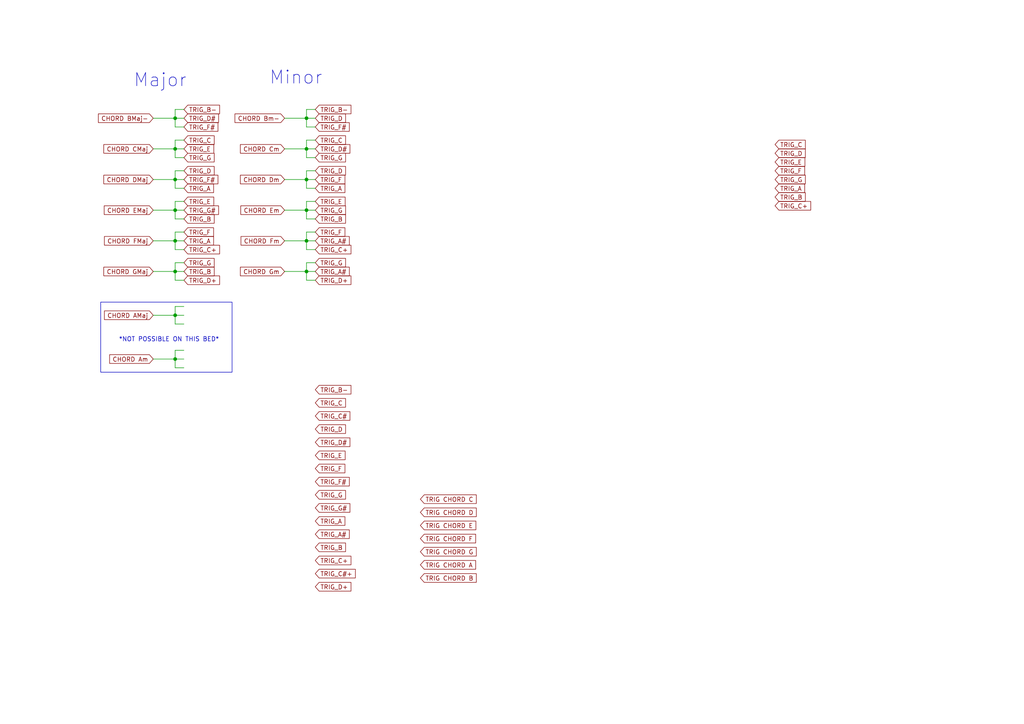
<source format=kicad_sch>
(kicad_sch
	(version 20231120)
	(generator "eeschema")
	(generator_version "8.0")
	(uuid "ef619a30-6fd6-41b6-ad70-0249fcf9db9f")
	(paper "A4")
	(title_block
		(title "Audio Thing Template")
		(rev "1.0")
		(company "velvia-fifty")
		(comment 1 "https://github.com/velvia-fifty/AudioThings")
		(comment 2 "You should have changed this already :)")
		(comment 4 "Stay humble")
	)
	(lib_symbols)
	(junction
		(at 50.8 52.07)
		(diameter 0)
		(color 0 0 0 0)
		(uuid "16f34bca-26d7-4dd8-9d93-676278bb23f2")
	)
	(junction
		(at 50.8 43.18)
		(diameter 0)
		(color 0 0 0 0)
		(uuid "4836c200-c338-489f-bc14-b6262976c697")
	)
	(junction
		(at 88.9 69.85)
		(diameter 0)
		(color 0 0 0 0)
		(uuid "494e3d90-0276-41a7-9445-fe8029e30fd5")
	)
	(junction
		(at 88.9 43.18)
		(diameter 0)
		(color 0 0 0 0)
		(uuid "49640e77-17fc-4b87-bba2-a04448da07fe")
	)
	(junction
		(at 50.8 69.85)
		(diameter 0)
		(color 0 0 0 0)
		(uuid "591fc5eb-960d-4d70-8a0a-185760683868")
	)
	(junction
		(at 50.8 91.44)
		(diameter 0)
		(color 0 0 0 0)
		(uuid "6382b1ee-82cf-470d-a029-24bcf41c4467")
	)
	(junction
		(at 88.9 52.07)
		(diameter 0)
		(color 0 0 0 0)
		(uuid "73f996c5-8186-44b8-8a5e-bc586ec7b3d8")
	)
	(junction
		(at 50.8 60.96)
		(diameter 0)
		(color 0 0 0 0)
		(uuid "8bd4283e-b00b-40d9-a147-fc8921138a7b")
	)
	(junction
		(at 50.8 78.74)
		(diameter 0)
		(color 0 0 0 0)
		(uuid "a0abb7bd-d9bc-4f0d-8591-0f78e41f4374")
	)
	(junction
		(at 50.8 34.29)
		(diameter 0)
		(color 0 0 0 0)
		(uuid "bca90674-5844-4a92-8d26-0640078f118d")
	)
	(junction
		(at 88.9 34.29)
		(diameter 0)
		(color 0 0 0 0)
		(uuid "d3b830f4-fecc-452c-b7d1-9bb4d510fc7a")
	)
	(junction
		(at 88.9 78.74)
		(diameter 0)
		(color 0 0 0 0)
		(uuid "d3c8174f-7c22-498c-9da7-0251c49152d3")
	)
	(junction
		(at 88.9 60.96)
		(diameter 0)
		(color 0 0 0 0)
		(uuid "d3e4a25d-4d42-4d72-8a0b-940c06b76d44")
	)
	(junction
		(at 50.8 104.14)
		(diameter 0)
		(color 0 0 0 0)
		(uuid "ef8ded5a-0910-47c9-b188-8edc7bc409a3")
	)
	(wire
		(pts
			(xy 82.55 69.85) (xy 88.9 69.85)
		)
		(stroke
			(width 0)
			(type default)
		)
		(uuid "0520443b-a481-48bd-8d6e-4d819de71a0b")
	)
	(wire
		(pts
			(xy 50.8 63.5) (xy 53.34 63.5)
		)
		(stroke
			(width 0)
			(type default)
		)
		(uuid "0d366f0a-c031-4c98-b795-2e0f90653520")
	)
	(wire
		(pts
			(xy 50.8 106.68) (xy 53.34 106.68)
		)
		(stroke
			(width 0)
			(type default)
		)
		(uuid "0eb6966b-fe29-4620-a565-7c58e5445079")
	)
	(wire
		(pts
			(xy 44.45 78.74) (xy 50.8 78.74)
		)
		(stroke
			(width 0)
			(type default)
		)
		(uuid "1003e871-bc05-4cb3-bb37-60dc65fe804c")
	)
	(wire
		(pts
			(xy 50.8 104.14) (xy 50.8 106.68)
		)
		(stroke
			(width 0)
			(type default)
		)
		(uuid "12e30f93-32a1-4a8d-833d-04a3c9da8dbd")
	)
	(wire
		(pts
			(xy 50.8 88.9) (xy 50.8 91.44)
		)
		(stroke
			(width 0)
			(type default)
		)
		(uuid "1510ca85-6936-43cc-8ade-fc213e45bbde")
	)
	(wire
		(pts
			(xy 82.55 34.29) (xy 88.9 34.29)
		)
		(stroke
			(width 0)
			(type default)
		)
		(uuid "189a30f3-e1d1-467c-ac95-13b58024ebeb")
	)
	(wire
		(pts
			(xy 44.45 43.18) (xy 50.8 43.18)
		)
		(stroke
			(width 0)
			(type default)
		)
		(uuid "1c0d7171-1dc5-47eb-abc5-a936760baf48")
	)
	(wire
		(pts
			(xy 44.45 104.14) (xy 50.8 104.14)
		)
		(stroke
			(width 0)
			(type default)
		)
		(uuid "1fa7a5ef-60ca-492c-bc94-1cfa441727aa")
	)
	(wire
		(pts
			(xy 88.9 60.96) (xy 88.9 63.5)
		)
		(stroke
			(width 0)
			(type default)
		)
		(uuid "290e1de8-3783-4e26-a485-c71e4339a18a")
	)
	(wire
		(pts
			(xy 53.34 101.6) (xy 50.8 101.6)
		)
		(stroke
			(width 0)
			(type default)
		)
		(uuid "296d8ba2-b9d3-4dc4-a796-56efef9d3002")
	)
	(wire
		(pts
			(xy 91.44 31.75) (xy 88.9 31.75)
		)
		(stroke
			(width 0)
			(type default)
		)
		(uuid "2bb56614-04b1-436a-a51e-095981436b1f")
	)
	(wire
		(pts
			(xy 50.8 52.07) (xy 53.34 52.07)
		)
		(stroke
			(width 0)
			(type default)
		)
		(uuid "329d71ea-fce7-4f4f-ac12-7e2187c4aeae")
	)
	(wire
		(pts
			(xy 50.8 78.74) (xy 50.8 81.28)
		)
		(stroke
			(width 0)
			(type default)
		)
		(uuid "3c3851a2-e823-4c4f-9e9d-14c571bb3b1b")
	)
	(wire
		(pts
			(xy 53.34 31.75) (xy 50.8 31.75)
		)
		(stroke
			(width 0)
			(type default)
		)
		(uuid "3c907973-412d-4a63-bdc0-b93eaf9e1317")
	)
	(wire
		(pts
			(xy 50.8 67.31) (xy 50.8 69.85)
		)
		(stroke
			(width 0)
			(type default)
		)
		(uuid "3d98ea53-ea7e-4953-8f03-4600b1e612f9")
	)
	(wire
		(pts
			(xy 50.8 43.18) (xy 53.34 43.18)
		)
		(stroke
			(width 0)
			(type default)
		)
		(uuid "3f093641-2eeb-482e-b788-abf855903c54")
	)
	(wire
		(pts
			(xy 50.8 40.64) (xy 50.8 43.18)
		)
		(stroke
			(width 0)
			(type default)
		)
		(uuid "3f7ed8e4-9b3a-4086-b377-754787b531c7")
	)
	(wire
		(pts
			(xy 88.9 63.5) (xy 91.44 63.5)
		)
		(stroke
			(width 0)
			(type default)
		)
		(uuid "3fb2e679-5d76-498b-859e-ccebb25fcdf3")
	)
	(wire
		(pts
			(xy 50.8 36.83) (xy 53.34 36.83)
		)
		(stroke
			(width 0)
			(type default)
		)
		(uuid "4130ae5c-9d88-494c-8129-9270938e8e1c")
	)
	(wire
		(pts
			(xy 50.8 45.72) (xy 53.34 45.72)
		)
		(stroke
			(width 0)
			(type default)
		)
		(uuid "4412d216-819e-4fd7-aa06-9be130d62a84")
	)
	(wire
		(pts
			(xy 50.8 91.44) (xy 50.8 93.98)
		)
		(stroke
			(width 0)
			(type default)
		)
		(uuid "44444913-c23c-4668-a525-6a14e592cad1")
	)
	(wire
		(pts
			(xy 88.9 54.61) (xy 91.44 54.61)
		)
		(stroke
			(width 0)
			(type default)
		)
		(uuid "4a80d4f0-f506-41d6-b29d-c1dfbf43904c")
	)
	(wire
		(pts
			(xy 50.8 34.29) (xy 53.34 34.29)
		)
		(stroke
			(width 0)
			(type default)
		)
		(uuid "4af0fd4e-ad5d-4f1b-9f54-3e958cd6baf2")
	)
	(wire
		(pts
			(xy 88.9 78.74) (xy 91.44 78.74)
		)
		(stroke
			(width 0)
			(type default)
		)
		(uuid "4b1a0acf-a5bc-4ab8-a955-5c17d3c413ff")
	)
	(wire
		(pts
			(xy 88.9 49.53) (xy 88.9 52.07)
		)
		(stroke
			(width 0)
			(type default)
		)
		(uuid "4c57f6e9-89d4-4768-ab7d-cb28f9cdcab9")
	)
	(wire
		(pts
			(xy 50.8 60.96) (xy 53.34 60.96)
		)
		(stroke
			(width 0)
			(type default)
		)
		(uuid "4e2eff80-a271-4782-8843-02a051ba0434")
	)
	(wire
		(pts
			(xy 88.9 31.75) (xy 88.9 34.29)
		)
		(stroke
			(width 0)
			(type default)
		)
		(uuid "4fe8e1cf-c082-4e6b-a9bb-dc6c5dcbb1f0")
	)
	(wire
		(pts
			(xy 44.45 91.44) (xy 50.8 91.44)
		)
		(stroke
			(width 0)
			(type default)
		)
		(uuid "5d846e61-ff33-48ee-8773-402dd8e83310")
	)
	(wire
		(pts
			(xy 53.34 49.53) (xy 50.8 49.53)
		)
		(stroke
			(width 0)
			(type default)
		)
		(uuid "5e81c823-0ea9-43d5-8a5c-b080b47dc439")
	)
	(wire
		(pts
			(xy 50.8 91.44) (xy 53.34 91.44)
		)
		(stroke
			(width 0)
			(type default)
		)
		(uuid "60ae2253-8876-49fe-940f-0990da5dc526")
	)
	(wire
		(pts
			(xy 53.34 76.2) (xy 50.8 76.2)
		)
		(stroke
			(width 0)
			(type default)
		)
		(uuid "661ac4ba-404b-4de1-b334-83fa77449b97")
	)
	(wire
		(pts
			(xy 53.34 88.9) (xy 50.8 88.9)
		)
		(stroke
			(width 0)
			(type default)
		)
		(uuid "6708083b-4a68-4123-b4eb-312ace7131e3")
	)
	(wire
		(pts
			(xy 88.9 52.07) (xy 91.44 52.07)
		)
		(stroke
			(width 0)
			(type default)
		)
		(uuid "6df79463-c9df-43e6-a6a3-c7a71ecbcc43")
	)
	(wire
		(pts
			(xy 44.45 52.07) (xy 50.8 52.07)
		)
		(stroke
			(width 0)
			(type default)
		)
		(uuid "7299d74d-bdf9-4f18-ab63-be67a1b8bd21")
	)
	(wire
		(pts
			(xy 82.55 43.18) (xy 88.9 43.18)
		)
		(stroke
			(width 0)
			(type default)
		)
		(uuid "79c59515-552a-4657-9109-9709ba70c7a4")
	)
	(wire
		(pts
			(xy 50.8 31.75) (xy 50.8 34.29)
		)
		(stroke
			(width 0)
			(type default)
		)
		(uuid "7c0ebb3d-c665-4110-a398-55d40bf37c12")
	)
	(wire
		(pts
			(xy 50.8 104.14) (xy 53.34 104.14)
		)
		(stroke
			(width 0)
			(type default)
		)
		(uuid "81e8a5ef-ec5b-4d6a-8aab-5e3d53abfb2b")
	)
	(wire
		(pts
			(xy 91.44 49.53) (xy 88.9 49.53)
		)
		(stroke
			(width 0)
			(type default)
		)
		(uuid "82c8e3f1-6831-4356-adc7-381e7bccda3b")
	)
	(wire
		(pts
			(xy 50.8 60.96) (xy 50.8 63.5)
		)
		(stroke
			(width 0)
			(type default)
		)
		(uuid "83f7f52f-8429-4b71-911a-639d332a2d4c")
	)
	(wire
		(pts
			(xy 91.44 76.2) (xy 88.9 76.2)
		)
		(stroke
			(width 0)
			(type default)
		)
		(uuid "85fe6321-5024-433a-98dd-55400ac0950f")
	)
	(wire
		(pts
			(xy 88.9 60.96) (xy 91.44 60.96)
		)
		(stroke
			(width 0)
			(type default)
		)
		(uuid "864ffb51-f9a9-4107-a500-1374479fb517")
	)
	(wire
		(pts
			(xy 50.8 54.61) (xy 53.34 54.61)
		)
		(stroke
			(width 0)
			(type default)
		)
		(uuid "876478f4-7980-40b7-ae23-2c89cf5498ae")
	)
	(wire
		(pts
			(xy 82.55 78.74) (xy 88.9 78.74)
		)
		(stroke
			(width 0)
			(type default)
		)
		(uuid "8aad1e20-e99d-438a-8f92-b933db6eeb02")
	)
	(wire
		(pts
			(xy 91.44 40.64) (xy 88.9 40.64)
		)
		(stroke
			(width 0)
			(type default)
		)
		(uuid "8b0aa91a-6260-479e-b991-06f07eb50775")
	)
	(wire
		(pts
			(xy 50.8 93.98) (xy 53.34 93.98)
		)
		(stroke
			(width 0)
			(type default)
		)
		(uuid "8e57cb59-12f1-4f13-abf8-68b422d8a693")
	)
	(wire
		(pts
			(xy 50.8 43.18) (xy 50.8 45.72)
		)
		(stroke
			(width 0)
			(type default)
		)
		(uuid "946c9dcf-c1c8-43f7-8d1b-44c0d75c4bf3")
	)
	(wire
		(pts
			(xy 88.9 45.72) (xy 91.44 45.72)
		)
		(stroke
			(width 0)
			(type default)
		)
		(uuid "966009ce-3c35-4e54-9945-2d9b3c261ce0")
	)
	(wire
		(pts
			(xy 88.9 43.18) (xy 88.9 45.72)
		)
		(stroke
			(width 0)
			(type default)
		)
		(uuid "980daa01-39dd-4ffb-969f-3bee05ec365a")
	)
	(wire
		(pts
			(xy 50.8 76.2) (xy 50.8 78.74)
		)
		(stroke
			(width 0)
			(type default)
		)
		(uuid "99af38a1-9c58-4588-80e7-c5d0806d5a72")
	)
	(wire
		(pts
			(xy 50.8 52.07) (xy 50.8 54.61)
		)
		(stroke
			(width 0)
			(type default)
		)
		(uuid "9a5e42c4-7ce4-4b79-ab15-df33a9882622")
	)
	(wire
		(pts
			(xy 91.44 58.42) (xy 88.9 58.42)
		)
		(stroke
			(width 0)
			(type default)
		)
		(uuid "a16499e7-7b18-46a1-8826-5136cb9946bf")
	)
	(wire
		(pts
			(xy 88.9 36.83) (xy 91.44 36.83)
		)
		(stroke
			(width 0)
			(type default)
		)
		(uuid "a96a35b0-95bb-4a3b-9503-e3163009aa3b")
	)
	(wire
		(pts
			(xy 50.8 81.28) (xy 53.34 81.28)
		)
		(stroke
			(width 0)
			(type default)
		)
		(uuid "ae1c569d-f877-4043-9c6b-ee678ea6d22d")
	)
	(wire
		(pts
			(xy 82.55 52.07) (xy 88.9 52.07)
		)
		(stroke
			(width 0)
			(type default)
		)
		(uuid "b05416a1-6cf6-492b-924f-eb5d7a7a1f27")
	)
	(wire
		(pts
			(xy 88.9 34.29) (xy 88.9 36.83)
		)
		(stroke
			(width 0)
			(type default)
		)
		(uuid "b1c957dd-8363-4d75-8e71-b2449babf9a7")
	)
	(wire
		(pts
			(xy 44.45 69.85) (xy 50.8 69.85)
		)
		(stroke
			(width 0)
			(type default)
		)
		(uuid "b74444c7-6427-4c28-b789-84b48e86370b")
	)
	(wire
		(pts
			(xy 50.8 69.85) (xy 50.8 72.39)
		)
		(stroke
			(width 0)
			(type default)
		)
		(uuid "bb64f2b0-9114-40f1-8985-78e6544f153a")
	)
	(wire
		(pts
			(xy 88.9 69.85) (xy 91.44 69.85)
		)
		(stroke
			(width 0)
			(type default)
		)
		(uuid "bea9b70e-4ce5-45b5-8914-d5cdc260f11d")
	)
	(wire
		(pts
			(xy 88.9 81.28) (xy 91.44 81.28)
		)
		(stroke
			(width 0)
			(type default)
		)
		(uuid "bfc5c92f-4e1b-41e0-9756-7fae7fe69b51")
	)
	(wire
		(pts
			(xy 88.9 78.74) (xy 88.9 81.28)
		)
		(stroke
			(width 0)
			(type default)
		)
		(uuid "bfe0f818-4bbc-44f6-a23f-762acb10b9e3")
	)
	(wire
		(pts
			(xy 50.8 49.53) (xy 50.8 52.07)
		)
		(stroke
			(width 0)
			(type default)
		)
		(uuid "c00e603c-2d9d-424d-904b-ef710a8d45c9")
	)
	(wire
		(pts
			(xy 50.8 34.29) (xy 50.8 36.83)
		)
		(stroke
			(width 0)
			(type default)
		)
		(uuid "c04f1995-f36b-4565-a425-b4f308e6cabf")
	)
	(wire
		(pts
			(xy 88.9 34.29) (xy 91.44 34.29)
		)
		(stroke
			(width 0)
			(type default)
		)
		(uuid "c23330f8-725b-4e22-ba4e-abf87e8c58b8")
	)
	(wire
		(pts
			(xy 44.45 34.29) (xy 50.8 34.29)
		)
		(stroke
			(width 0)
			(type default)
		)
		(uuid "c774430c-a032-4f01-b84e-c176fd77e899")
	)
	(wire
		(pts
			(xy 53.34 67.31) (xy 50.8 67.31)
		)
		(stroke
			(width 0)
			(type default)
		)
		(uuid "cb5e2d6f-ea55-4b42-980b-eeb718678052")
	)
	(wire
		(pts
			(xy 53.34 58.42) (xy 50.8 58.42)
		)
		(stroke
			(width 0)
			(type default)
		)
		(uuid "cc87739a-4512-45b2-9ab3-156ae15767ca")
	)
	(wire
		(pts
			(xy 53.34 40.64) (xy 50.8 40.64)
		)
		(stroke
			(width 0)
			(type default)
		)
		(uuid "ce27791a-00e1-49a6-a5ff-aa19458f4b06")
	)
	(wire
		(pts
			(xy 88.9 72.39) (xy 91.44 72.39)
		)
		(stroke
			(width 0)
			(type default)
		)
		(uuid "d2fd36a8-b4f4-47dc-a963-99789de447c9")
	)
	(wire
		(pts
			(xy 88.9 58.42) (xy 88.9 60.96)
		)
		(stroke
			(width 0)
			(type default)
		)
		(uuid "dc8a1f9a-f8d5-48df-8e38-e6d508b8204d")
	)
	(wire
		(pts
			(xy 91.44 67.31) (xy 88.9 67.31)
		)
		(stroke
			(width 0)
			(type default)
		)
		(uuid "dda318c5-ad9a-411d-ba32-c62fa7383997")
	)
	(wire
		(pts
			(xy 88.9 76.2) (xy 88.9 78.74)
		)
		(stroke
			(width 0)
			(type default)
		)
		(uuid "de968403-ebcd-4316-b193-2ad3b092a2d3")
	)
	(wire
		(pts
			(xy 88.9 52.07) (xy 88.9 54.61)
		)
		(stroke
			(width 0)
			(type default)
		)
		(uuid "e4b88232-fa9e-4cee-b308-e3b2f9107b6f")
	)
	(wire
		(pts
			(xy 50.8 78.74) (xy 53.34 78.74)
		)
		(stroke
			(width 0)
			(type default)
		)
		(uuid "e6dd9a3e-8ccb-4faf-b4a9-d06c29adc2ea")
	)
	(wire
		(pts
			(xy 50.8 58.42) (xy 50.8 60.96)
		)
		(stroke
			(width 0)
			(type default)
		)
		(uuid "edad0751-fa15-4f4d-bc9c-b91bb7b61b05")
	)
	(wire
		(pts
			(xy 82.55 60.96) (xy 88.9 60.96)
		)
		(stroke
			(width 0)
			(type default)
		)
		(uuid "f396c84a-1d6d-4baf-b9e2-4383f015722f")
	)
	(wire
		(pts
			(xy 88.9 69.85) (xy 88.9 72.39)
		)
		(stroke
			(width 0)
			(type default)
		)
		(uuid "f4011e39-4521-4586-a75e-d761083a809f")
	)
	(wire
		(pts
			(xy 88.9 43.18) (xy 91.44 43.18)
		)
		(stroke
			(width 0)
			(type default)
		)
		(uuid "f523f9a6-be3f-46b5-a1c2-ce75f2ed0138")
	)
	(wire
		(pts
			(xy 50.8 101.6) (xy 50.8 104.14)
		)
		(stroke
			(width 0)
			(type default)
		)
		(uuid "f68d0109-ee6b-4ad6-b97c-2fcb021add12")
	)
	(wire
		(pts
			(xy 88.9 40.64) (xy 88.9 43.18)
		)
		(stroke
			(width 0)
			(type default)
		)
		(uuid "f7948f0b-1b8e-48c7-a1c7-7f543d76469d")
	)
	(wire
		(pts
			(xy 50.8 69.85) (xy 53.34 69.85)
		)
		(stroke
			(width 0)
			(type default)
		)
		(uuid "f8ef170d-52c3-4142-bdb8-67093aa1447f")
	)
	(wire
		(pts
			(xy 88.9 67.31) (xy 88.9 69.85)
		)
		(stroke
			(width 0)
			(type default)
		)
		(uuid "f98a4d2f-58d3-41e7-aa32-f2d30cc5884e")
	)
	(wire
		(pts
			(xy 44.45 60.96) (xy 50.8 60.96)
		)
		(stroke
			(width 0)
			(type default)
		)
		(uuid "fa7fb839-41d0-4329-a712-a93646d1480a")
	)
	(wire
		(pts
			(xy 50.8 72.39) (xy 53.34 72.39)
		)
		(stroke
			(width 0)
			(type default)
		)
		(uuid "fd672ce9-0108-4550-8494-4f653c4a469f")
	)
	(rectangle
		(start 29.21 87.63)
		(end 67.31 107.95)
		(stroke
			(width 0)
			(type default)
		)
		(fill
			(type none)
		)
		(uuid a114dd7f-3501-4bd7-bffc-c8c7dbdda36d)
	)
	(text "Minor"
		(exclude_from_sim no)
		(at 85.852 22.606 0)
		(effects
			(font
				(size 3.81 3.81)
			)
		)
		(uuid "797036dc-674a-4d01-bef8-49299f383c2c")
	)
	(text "Major"
		(exclude_from_sim no)
		(at 46.482 23.368 0)
		(effects
			(font
				(size 3.81 3.81)
			)
		)
		(uuid "aafa69f4-bac5-4e8c-970b-7d7efec3abdf")
	)
	(text "*NOT POSSIBLE ON THIS BED*"
		(exclude_from_sim no)
		(at 49.022 98.552 0)
		(effects
			(font
				(size 1.27 1.27)
			)
		)
		(uuid "e1f809a9-7822-42d2-a34b-b28345aa2835")
	)
	(global_label "TRIG_C#+"
		(shape input)
		(at 91.44 166.37 0)
		(fields_autoplaced yes)
		(effects
			(font
				(size 1.27 1.27)
			)
			(justify left)
		)
		(uuid "00e49650-25eb-4d2b-854f-f0e855dde6fc")
		(property "Intersheetrefs" "${INTERSHEET_REFS}"
			(at 103.1759 166.37 0)
			(effects
				(font
					(size 1.27 1.27)
				)
				(justify left)
				(hide yes)
			)
		)
	)
	(global_label "TRIG CHORD D"
		(shape input)
		(at 121.92 148.59 0)
		(fields_autoplaced yes)
		(effects
			(font
				(size 1.27 1.27)
			)
			(justify left)
		)
		(uuid "03da41d3-4a5d-4fc8-8fc0-b15e9824b3fc")
		(property "Intersheetrefs" "${INTERSHEET_REFS}"
			(at 138.6938 148.59 0)
			(effects
				(font
					(size 1.27 1.27)
				)
				(justify left)
				(hide yes)
			)
		)
	)
	(global_label "CHORD CMaj"
		(shape input)
		(at 44.45 43.18 180)
		(fields_autoplaced yes)
		(effects
			(font
				(size 1.27 1.27)
			)
			(justify right)
		)
		(uuid "0532ee48-e13c-4e8a-9e9e-b4bcc7762d7e")
		(property "Intersheetrefs" "${INTERSHEET_REFS}"
			(at 30.4708 43.18 0)
			(effects
				(font
					(size 1.27 1.27)
				)
				(justify right)
				(hide yes)
			)
		)
	)
	(global_label "TRIG_B-"
		(shape input)
		(at 91.44 31.75 0)
		(fields_autoplaced yes)
		(effects
			(font
				(size 1.27 1.27)
			)
			(justify left)
		)
		(uuid "0cc09ae8-1248-4d1a-a743-f1ad44399b27")
		(property "Intersheetrefs" "${INTERSHEET_REFS}"
			(at 102.0542 31.75 0)
			(effects
				(font
					(size 1.27 1.27)
				)
				(justify left)
				(hide yes)
			)
		)
	)
	(global_label "TRIG_G"
		(shape input)
		(at 91.44 45.72 0)
		(fields_autoplaced yes)
		(effects
			(font
				(size 1.27 1.27)
			)
			(justify left)
		)
		(uuid "123d59f9-9e8b-4ee7-a24d-0ef23eea0346")
		(property "Intersheetrefs" "${INTERSHEET_REFS}"
			(at 100.9326 45.72 0)
			(effects
				(font
					(size 1.27 1.27)
				)
				(justify left)
				(hide yes)
			)
		)
	)
	(global_label "TRIG CHORD B"
		(shape input)
		(at 121.92 167.64 0)
		(fields_autoplaced yes)
		(effects
			(font
				(size 1.27 1.27)
			)
			(justify left)
		)
		(uuid "149af3ae-e97a-4679-8d9a-45812506a7b4")
		(property "Intersheetrefs" "${INTERSHEET_REFS}"
			(at 138.6938 167.64 0)
			(effects
				(font
					(size 1.27 1.27)
				)
				(justify left)
				(hide yes)
			)
		)
	)
	(global_label "CHORD DMaj"
		(shape input)
		(at 44.45 52.07 180)
		(fields_autoplaced yes)
		(effects
			(font
				(size 1.27 1.27)
			)
			(justify right)
		)
		(uuid "181783b9-eb94-442c-bd20-22b869064e2b")
		(property "Intersheetrefs" "${INTERSHEET_REFS}"
			(at 30.4708 52.07 0)
			(effects
				(font
					(size 1.27 1.27)
				)
				(justify right)
				(hide yes)
			)
		)
	)
	(global_label "CHORD Fm"
		(shape input)
		(at 82.55 69.85 180)
		(fields_autoplaced yes)
		(effects
			(font
				(size 1.27 1.27)
			)
			(justify right)
		)
		(uuid "195f93d8-b3a3-4f85-a352-ad5d1826c8d6")
		(property "Intersheetrefs" "${INTERSHEET_REFS}"
			(at 70.8141 69.85 0)
			(effects
				(font
					(size 1.27 1.27)
				)
				(justify right)
				(hide yes)
			)
		)
	)
	(global_label "CHORD Bm-"
		(shape input)
		(at 82.55 34.29 180)
		(fields_autoplaced yes)
		(effects
			(font
				(size 1.27 1.27)
			)
			(justify right)
		)
		(uuid "1d092b46-db8c-4afc-8021-1db0c5cbdf61")
		(property "Intersheetrefs" "${INTERSHEET_REFS}"
			(at 69.6925 34.29 0)
			(effects
				(font
					(size 1.27 1.27)
				)
				(justify right)
				(hide yes)
			)
		)
	)
	(global_label "CHORD EMaj"
		(shape input)
		(at 44.45 60.96 180)
		(fields_autoplaced yes)
		(effects
			(font
				(size 1.27 1.27)
			)
			(justify right)
		)
		(uuid "1f9311d7-0f55-4ed0-aff3-1da22a3b780e")
		(property "Intersheetrefs" "${INTERSHEET_REFS}"
			(at 30.4708 60.96 0)
			(effects
				(font
					(size 1.27 1.27)
				)
				(justify right)
				(hide yes)
			)
		)
	)
	(global_label "TRIG_F#"
		(shape input)
		(at 53.34 36.83 0)
		(fields_autoplaced yes)
		(effects
			(font
				(size 1.27 1.27)
			)
			(justify left)
		)
		(uuid "20e769be-c8d0-46d3-9c75-62bc41d0b792")
		(property "Intersheetrefs" "${INTERSHEET_REFS}"
			(at 63.9542 36.83 0)
			(effects
				(font
					(size 1.27 1.27)
				)
				(justify left)
				(hide yes)
			)
		)
	)
	(global_label "TRIG_B"
		(shape input)
		(at 91.44 63.5 0)
		(fields_autoplaced yes)
		(effects
			(font
				(size 1.27 1.27)
			)
			(justify left)
		)
		(uuid "247cf7ff-85ab-4dc8-b850-26c575b8fe7b")
		(property "Intersheetrefs" "${INTERSHEET_REFS}"
			(at 100.9326 63.5 0)
			(effects
				(font
					(size 1.27 1.27)
				)
				(justify left)
				(hide yes)
			)
		)
	)
	(global_label "TRIG_C"
		(shape input)
		(at 53.34 40.64 0)
		(fields_autoplaced yes)
		(effects
			(font
				(size 1.27 1.27)
			)
			(justify left)
		)
		(uuid "2981b158-d31d-42b7-bf00-2813f639ca76")
		(property "Intersheetrefs" "${INTERSHEET_REFS}"
			(at 62.6752 40.64 0)
			(effects
				(font
					(size 1.27 1.27)
				)
				(justify left)
				(hide yes)
			)
		)
	)
	(global_label "TRIG_D"
		(shape input)
		(at 91.44 34.29 0)
		(fields_autoplaced yes)
		(effects
			(font
				(size 1.27 1.27)
			)
			(justify left)
		)
		(uuid "2ab0c554-d78f-4c6e-8af4-724b8f6b7531")
		(property "Intersheetrefs" "${INTERSHEET_REFS}"
			(at 100.9326 34.29 0)
			(effects
				(font
					(size 1.27 1.27)
				)
				(justify left)
				(hide yes)
			)
		)
	)
	(global_label "TRIG_D#"
		(shape input)
		(at 53.34 34.29 0)
		(fields_autoplaced yes)
		(effects
			(font
				(size 1.27 1.27)
			)
			(justify left)
		)
		(uuid "2b59d734-37aa-43c8-8138-16bdcb8f1864")
		(property "Intersheetrefs" "${INTERSHEET_REFS}"
			(at 63.9542 34.29 0)
			(effects
				(font
					(size 1.27 1.27)
				)
				(justify left)
				(hide yes)
			)
		)
	)
	(global_label "TRIG CHORD E"
		(shape input)
		(at 121.92 152.4 0)
		(fields_autoplaced yes)
		(effects
			(font
				(size 1.27 1.27)
			)
			(justify left)
		)
		(uuid "2c3c9670-320d-4ef0-9335-4ea9ddacc9c9")
		(property "Intersheetrefs" "${INTERSHEET_REFS}"
			(at 138.5728 152.4 0)
			(effects
				(font
					(size 1.27 1.27)
				)
				(justify left)
				(hide yes)
			)
		)
	)
	(global_label "TRIG_A"
		(shape input)
		(at 53.34 69.85 0)
		(fields_autoplaced yes)
		(effects
			(font
				(size 1.27 1.27)
			)
			(justify left)
		)
		(uuid "2eb573c8-01f0-42dd-9cd9-a21a33098f53")
		(property "Intersheetrefs" "${INTERSHEET_REFS}"
			(at 62.8326 69.85 0)
			(effects
				(font
					(size 1.27 1.27)
				)
				(justify left)
				(hide yes)
			)
		)
	)
	(global_label "TRIG_B-"
		(shape input)
		(at 53.34 31.75 0)
		(fields_autoplaced yes)
		(effects
			(font
				(size 1.27 1.27)
			)
			(justify left)
		)
		(uuid "2f0e9c23-829d-4918-a525-99d807d1844a")
		(property "Intersheetrefs" "${INTERSHEET_REFS}"
			(at 63.9542 31.75 0)
			(effects
				(font
					(size 1.27 1.27)
				)
				(justify left)
				(hide yes)
			)
		)
	)
	(global_label "TRIG_F"
		(shape input)
		(at 224.79 49.53 0)
		(fields_autoplaced yes)
		(effects
			(font
				(size 1.27 1.27)
			)
			(justify left)
		)
		(uuid "30af57e8-381c-4fc8-8610-9f813de89756")
		(property "Intersheetrefs" "${INTERSHEET_REFS}"
			(at 233.9438 49.53 0)
			(effects
				(font
					(size 1.27 1.27)
				)
				(justify left)
				(hide yes)
			)
		)
	)
	(global_label "TRIG_D"
		(shape input)
		(at 53.34 49.53 0)
		(fields_autoplaced yes)
		(effects
			(font
				(size 1.27 1.27)
			)
			(justify left)
		)
		(uuid "3a6c08a6-439b-4f6e-9622-39b37fa9c5b3")
		(property "Intersheetrefs" "${INTERSHEET_REFS}"
			(at 62.6752 49.53 0)
			(effects
				(font
					(size 1.27 1.27)
				)
				(justify left)
				(hide yes)
			)
		)
	)
	(global_label "CHORD FMaj"
		(shape input)
		(at 44.45 69.85 180)
		(fields_autoplaced yes)
		(effects
			(font
				(size 1.27 1.27)
			)
			(justify right)
		)
		(uuid "41f3e940-3c03-4cd0-82b8-844369b5c056")
		(property "Intersheetrefs" "${INTERSHEET_REFS}"
			(at 30.4708 69.85 0)
			(effects
				(font
					(size 1.27 1.27)
				)
				(justify right)
				(hide yes)
			)
		)
	)
	(global_label "TRIG_A"
		(shape input)
		(at 53.34 54.61 0)
		(fields_autoplaced yes)
		(effects
			(font
				(size 1.27 1.27)
			)
			(justify left)
		)
		(uuid "42fc163b-ba0d-4886-a709-a97abbd9fc5c")
		(property "Intersheetrefs" "${INTERSHEET_REFS}"
			(at 62.4938 54.61 0)
			(effects
				(font
					(size 1.27 1.27)
				)
				(justify left)
				(hide yes)
			)
		)
	)
	(global_label "TRIG_F#"
		(shape input)
		(at 53.34 52.07 0)
		(fields_autoplaced yes)
		(effects
			(font
				(size 1.27 1.27)
			)
			(justify left)
		)
		(uuid "43582ec9-6eab-4829-96c8-1f302f443822")
		(property "Intersheetrefs" "${INTERSHEET_REFS}"
			(at 63.9542 52.07 0)
			(effects
				(font
					(size 1.27 1.27)
				)
				(justify left)
				(hide yes)
			)
		)
	)
	(global_label "CHORD Em"
		(shape input)
		(at 82.55 60.96 180)
		(fields_autoplaced yes)
		(effects
			(font
				(size 1.27 1.27)
			)
			(justify right)
		)
		(uuid "452a4790-44c9-43e6-8459-b46706d4809a")
		(property "Intersheetrefs" "${INTERSHEET_REFS}"
			(at 70.8141 60.96 0)
			(effects
				(font
					(size 1.27 1.27)
				)
				(justify right)
				(hide yes)
			)
		)
	)
	(global_label "TRIG_E"
		(shape input)
		(at 91.44 58.42 0)
		(fields_autoplaced yes)
		(effects
			(font
				(size 1.27 1.27)
			)
			(justify left)
		)
		(uuid "47d30124-a366-4659-9955-66aaac200dc4")
		(property "Intersheetrefs" "${INTERSHEET_REFS}"
			(at 100.9326 58.42 0)
			(effects
				(font
					(size 1.27 1.27)
				)
				(justify left)
				(hide yes)
			)
		)
	)
	(global_label "TRIG_G"
		(shape input)
		(at 91.44 60.96 0)
		(fields_autoplaced yes)
		(effects
			(font
				(size 1.27 1.27)
			)
			(justify left)
		)
		(uuid "4bebd438-f3ab-4c29-82f0-b88e31e1a6e9")
		(property "Intersheetrefs" "${INTERSHEET_REFS}"
			(at 100.9326 60.96 0)
			(effects
				(font
					(size 1.27 1.27)
				)
				(justify left)
				(hide yes)
			)
		)
	)
	(global_label "TRIG_A#"
		(shape input)
		(at 91.44 154.94 0)
		(fields_autoplaced yes)
		(effects
			(font
				(size 1.27 1.27)
			)
			(justify left)
		)
		(uuid "4eb6def3-26d4-490c-89d2-8504fd05bc30")
		(property "Intersheetrefs" "${INTERSHEET_REFS}"
			(at 102.0542 154.94 0)
			(effects
				(font
					(size 1.27 1.27)
				)
				(justify left)
				(hide yes)
			)
		)
	)
	(global_label "TRIG_C+"
		(shape input)
		(at 91.44 72.39 0)
		(fields_autoplaced yes)
		(effects
			(font
				(size 1.27 1.27)
			)
			(justify left)
		)
		(uuid "5613163b-2ace-4ec8-b255-daf800cc9012")
		(property "Intersheetrefs" "${INTERSHEET_REFS}"
			(at 102.0542 72.39 0)
			(effects
				(font
					(size 1.27 1.27)
				)
				(justify left)
				(hide yes)
			)
		)
	)
	(global_label "TRIG_A#"
		(shape input)
		(at 91.44 69.85 0)
		(fields_autoplaced yes)
		(effects
			(font
				(size 1.27 1.27)
			)
			(justify left)
		)
		(uuid "57e24f3c-3830-41f2-92ce-0443ab1453d5")
		(property "Intersheetrefs" "${INTERSHEET_REFS}"
			(at 102.0542 69.85 0)
			(effects
				(font
					(size 1.27 1.27)
				)
				(justify left)
				(hide yes)
			)
		)
	)
	(global_label "TRIG CHORD G"
		(shape input)
		(at 121.92 160.02 0)
		(fields_autoplaced yes)
		(effects
			(font
				(size 1.27 1.27)
			)
			(justify left)
		)
		(uuid "59314ae1-792c-4082-b66f-47d1cc1894bc")
		(property "Intersheetrefs" "${INTERSHEET_REFS}"
			(at 138.6938 160.02 0)
			(effects
				(font
					(size 1.27 1.27)
				)
				(justify left)
				(hide yes)
			)
		)
	)
	(global_label "CHORD Dm"
		(shape input)
		(at 82.55 52.07 180)
		(fields_autoplaced yes)
		(effects
			(font
				(size 1.27 1.27)
			)
			(justify right)
		)
		(uuid "5ab57b40-f0f4-4079-a4ac-d828bebe14b0")
		(property "Intersheetrefs" "${INTERSHEET_REFS}"
			(at 70.8141 52.07 0)
			(effects
				(font
					(size 1.27 1.27)
				)
				(justify right)
				(hide yes)
			)
		)
	)
	(global_label "TRIG_C+"
		(shape input)
		(at 91.44 162.56 0)
		(fields_autoplaced yes)
		(effects
			(font
				(size 1.27 1.27)
			)
			(justify left)
		)
		(uuid "5bc46708-4373-4c69-b743-5b1b7faffce3")
		(property "Intersheetrefs" "${INTERSHEET_REFS}"
			(at 102.0542 162.56 0)
			(effects
				(font
					(size 1.27 1.27)
				)
				(justify left)
				(hide yes)
			)
		)
	)
	(global_label "TRIG_C"
		(shape input)
		(at 224.79 41.91 0)
		(fields_autoplaced yes)
		(effects
			(font
				(size 1.27 1.27)
			)
			(justify left)
		)
		(uuid "60f90194-494f-47aa-8afc-c8c51d186a47")
		(property "Intersheetrefs" "${INTERSHEET_REFS}"
			(at 234.1252 41.91 0)
			(effects
				(font
					(size 1.27 1.27)
				)
				(justify left)
				(hide yes)
			)
		)
	)
	(global_label "TRIG_A"
		(shape input)
		(at 91.44 151.13 0)
		(fields_autoplaced yes)
		(effects
			(font
				(size 1.27 1.27)
			)
			(justify left)
		)
		(uuid "6180b6a1-3b93-445f-8b08-7e34bbd0edb0")
		(property "Intersheetrefs" "${INTERSHEET_REFS}"
			(at 100.9326 151.13 0)
			(effects
				(font
					(size 1.27 1.27)
				)
				(justify left)
				(hide yes)
			)
		)
	)
	(global_label "TRIG_F"
		(shape input)
		(at 53.34 67.31 0)
		(fields_autoplaced yes)
		(effects
			(font
				(size 1.27 1.27)
			)
			(justify left)
		)
		(uuid "61cc5c89-4c0a-4985-94d9-1b4f419d9f89")
		(property "Intersheetrefs" "${INTERSHEET_REFS}"
			(at 62.8326 67.31 0)
			(effects
				(font
					(size 1.27 1.27)
				)
				(justify left)
				(hide yes)
			)
		)
	)
	(global_label "TRIG_C"
		(shape input)
		(at 91.44 116.84 0)
		(fields_autoplaced yes)
		(effects
			(font
				(size 1.27 1.27)
			)
			(justify left)
		)
		(uuid "64f06e28-6926-4cda-9c0e-8dbf6652a191")
		(property "Intersheetrefs" "${INTERSHEET_REFS}"
			(at 100.9326 116.84 0)
			(effects
				(font
					(size 1.27 1.27)
				)
				(justify left)
				(hide yes)
			)
		)
	)
	(global_label "TRIG CHORD C"
		(shape input)
		(at 121.92 144.78 0)
		(fields_autoplaced yes)
		(effects
			(font
				(size 1.27 1.27)
			)
			(justify left)
		)
		(uuid "675ecaf5-3a9e-4b34-89f5-6b3aed2ee8f8")
		(property "Intersheetrefs" "${INTERSHEET_REFS}"
			(at 138.6938 144.78 0)
			(effects
				(font
					(size 1.27 1.27)
				)
				(justify left)
				(hide yes)
			)
		)
	)
	(global_label "TRIG_E"
		(shape input)
		(at 91.44 132.08 0)
		(fields_autoplaced yes)
		(effects
			(font
				(size 1.27 1.27)
			)
			(justify left)
		)
		(uuid "682d8f08-8fe9-454d-9466-6c1db23a259f")
		(property "Intersheetrefs" "${INTERSHEET_REFS}"
			(at 100.9326 132.08 0)
			(effects
				(font
					(size 1.27 1.27)
				)
				(justify left)
				(hide yes)
			)
		)
	)
	(global_label "TRIG_F#"
		(shape input)
		(at 91.44 139.7 0)
		(fields_autoplaced yes)
		(effects
			(font
				(size 1.27 1.27)
			)
			(justify left)
		)
		(uuid "68ef47b4-6dce-42c4-ad6c-454346bf5d69")
		(property "Intersheetrefs" "${INTERSHEET_REFS}"
			(at 102.0542 139.7 0)
			(effects
				(font
					(size 1.27 1.27)
				)
				(justify left)
				(hide yes)
			)
		)
	)
	(global_label "CHORD BMaj-"
		(shape input)
		(at 44.45 34.29 180)
		(fields_autoplaced yes)
		(effects
			(font
				(size 1.27 1.27)
			)
			(justify right)
		)
		(uuid "6cd28964-cabb-4302-8cb9-94bb11a5e8f6")
		(property "Intersheetrefs" "${INTERSHEET_REFS}"
			(at 29.3492 34.29 0)
			(effects
				(font
					(size 1.27 1.27)
				)
				(justify right)
				(hide yes)
			)
		)
	)
	(global_label "TRIG_D#"
		(shape input)
		(at 91.44 128.27 0)
		(fields_autoplaced yes)
		(effects
			(font
				(size 1.27 1.27)
			)
			(justify left)
		)
		(uuid "77b8e113-ede2-4af0-8a6c-94016f653730")
		(property "Intersheetrefs" "${INTERSHEET_REFS}"
			(at 102.0542 128.27 0)
			(effects
				(font
					(size 1.27 1.27)
				)
				(justify left)
				(hide yes)
			)
		)
	)
	(global_label "CHORD Gm"
		(shape input)
		(at 82.55 78.74 180)
		(fields_autoplaced yes)
		(effects
			(font
				(size 1.27 1.27)
			)
			(justify right)
		)
		(uuid "77fdc80f-a34a-45f8-888b-3123b3cc81ff")
		(property "Intersheetrefs" "${INTERSHEET_REFS}"
			(at 70.8141 78.74 0)
			(effects
				(font
					(size 1.27 1.27)
				)
				(justify right)
				(hide yes)
			)
		)
	)
	(global_label "TRIG_F"
		(shape input)
		(at 91.44 135.89 0)
		(fields_autoplaced yes)
		(effects
			(font
				(size 1.27 1.27)
			)
			(justify left)
		)
		(uuid "78d303ec-b482-48ab-b076-13f89efae50b")
		(property "Intersheetrefs" "${INTERSHEET_REFS}"
			(at 100.9326 135.89 0)
			(effects
				(font
					(size 1.27 1.27)
				)
				(justify left)
				(hide yes)
			)
		)
	)
	(global_label "TRIG_C+"
		(shape input)
		(at 53.34 72.39 0)
		(fields_autoplaced yes)
		(effects
			(font
				(size 1.27 1.27)
			)
			(justify left)
		)
		(uuid "7abc3bc6-5100-45fd-a7f8-b24ca9a63b4e")
		(property "Intersheetrefs" "${INTERSHEET_REFS}"
			(at 63.9542 72.39 0)
			(effects
				(font
					(size 1.27 1.27)
				)
				(justify left)
				(hide yes)
			)
		)
	)
	(global_label "TRIG_G#"
		(shape input)
		(at 91.44 147.32 0)
		(fields_autoplaced yes)
		(effects
			(font
				(size 1.27 1.27)
			)
			(justify left)
		)
		(uuid "81c9c1b7-afcb-4003-ae4e-0c5100b42b52")
		(property "Intersheetrefs" "${INTERSHEET_REFS}"
			(at 102.0542 147.32 0)
			(effects
				(font
					(size 1.27 1.27)
				)
				(justify left)
				(hide yes)
			)
		)
	)
	(global_label "TRIG_D"
		(shape input)
		(at 91.44 49.53 0)
		(fields_autoplaced yes)
		(effects
			(font
				(size 1.27 1.27)
			)
			(justify left)
		)
		(uuid "834ea0fa-5ba2-4743-9fbf-f94ad772948a")
		(property "Intersheetrefs" "${INTERSHEET_REFS}"
			(at 100.9326 49.53 0)
			(effects
				(font
					(size 1.27 1.27)
				)
				(justify left)
				(hide yes)
			)
		)
	)
	(global_label "TRIG CHORD F"
		(shape input)
		(at 121.92 156.21 0)
		(fields_autoplaced yes)
		(effects
			(font
				(size 1.27 1.27)
			)
			(justify left)
		)
		(uuid "84d97ce2-654b-4bbd-8fcf-bea6b27d30b7")
		(property "Intersheetrefs" "${INTERSHEET_REFS}"
			(at 138.5124 156.21 0)
			(effects
				(font
					(size 1.27 1.27)
				)
				(justify left)
				(hide yes)
			)
		)
	)
	(global_label "TRIG_D"
		(shape input)
		(at 91.44 124.46 0)
		(fields_autoplaced yes)
		(effects
			(font
				(size 1.27 1.27)
			)
			(justify left)
		)
		(uuid "887d4e64-a8eb-4f54-93dd-6ce1d632bced")
		(property "Intersheetrefs" "${INTERSHEET_REFS}"
			(at 100.9326 124.46 0)
			(effects
				(font
					(size 1.27 1.27)
				)
				(justify left)
				(hide yes)
			)
		)
	)
	(global_label "TRIG CHORD A"
		(shape input)
		(at 121.92 163.83 0)
		(fields_autoplaced yes)
		(effects
			(font
				(size 1.27 1.27)
			)
			(justify left)
		)
		(uuid "92578d7e-0a1c-4fad-b2e2-2387b7030048")
		(property "Intersheetrefs" "${INTERSHEET_REFS}"
			(at 138.5124 163.83 0)
			(effects
				(font
					(size 1.27 1.27)
				)
				(justify left)
				(hide yes)
			)
		)
	)
	(global_label "TRIG_G"
		(shape input)
		(at 53.34 76.2 0)
		(fields_autoplaced yes)
		(effects
			(font
				(size 1.27 1.27)
			)
			(justify left)
		)
		(uuid "996eaeb4-9f44-47da-b1a4-52d1088f295c")
		(property "Intersheetrefs" "${INTERSHEET_REFS}"
			(at 62.8326 76.2 0)
			(effects
				(font
					(size 1.27 1.27)
				)
				(justify left)
				(hide yes)
			)
		)
	)
	(global_label "TRIG_G"
		(shape input)
		(at 91.44 143.51 0)
		(fields_autoplaced yes)
		(effects
			(font
				(size 1.27 1.27)
			)
			(justify left)
		)
		(uuid "9c9a679a-bca4-46c0-912b-c5b80f8d37d3")
		(property "Intersheetrefs" "${INTERSHEET_REFS}"
			(at 100.9326 143.51 0)
			(effects
				(font
					(size 1.27 1.27)
				)
				(justify left)
				(hide yes)
			)
		)
	)
	(global_label "CHORD Cm"
		(shape input)
		(at 82.55 43.18 180)
		(fields_autoplaced yes)
		(effects
			(font
				(size 1.27 1.27)
			)
			(justify right)
		)
		(uuid "9e304f71-2f36-4b2d-bcf3-dd895e24bfa3")
		(property "Intersheetrefs" "${INTERSHEET_REFS}"
			(at 70.8141 43.18 0)
			(effects
				(font
					(size 1.27 1.27)
				)
				(justify right)
				(hide yes)
			)
		)
	)
	(global_label "TRIG_A#"
		(shape input)
		(at 91.44 78.74 0)
		(fields_autoplaced yes)
		(effects
			(font
				(size 1.27 1.27)
			)
			(justify left)
		)
		(uuid "9e65ce84-9e45-49e1-b340-036c0f51a8c2")
		(property "Intersheetrefs" "${INTERSHEET_REFS}"
			(at 102.0542 78.74 0)
			(effects
				(font
					(size 1.27 1.27)
				)
				(justify left)
				(hide yes)
			)
		)
	)
	(global_label "CHORD AMaj"
		(shape input)
		(at 44.45 91.44 180)
		(fields_autoplaced yes)
		(effects
			(font
				(size 1.27 1.27)
			)
			(justify right)
		)
		(uuid "9ff00532-5609-4b03-8a68-a0bf97b7bb23")
		(property "Intersheetrefs" "${INTERSHEET_REFS}"
			(at 30.4708 91.44 0)
			(effects
				(font
					(size 1.27 1.27)
				)
				(justify right)
				(hide yes)
			)
		)
	)
	(global_label "TRIG_D+"
		(shape input)
		(at 53.34 81.28 0)
		(fields_autoplaced yes)
		(effects
			(font
				(size 1.27 1.27)
			)
			(justify left)
		)
		(uuid "a518b747-06e2-42ed-a93d-4775a9d8699d")
		(property "Intersheetrefs" "${INTERSHEET_REFS}"
			(at 63.9542 81.28 0)
			(effects
				(font
					(size 1.27 1.27)
				)
				(justify left)
				(hide yes)
			)
		)
	)
	(global_label "TRIG_E"
		(shape input)
		(at 224.79 46.99 0)
		(fields_autoplaced yes)
		(effects
			(font
				(size 1.27 1.27)
			)
			(justify left)
		)
		(uuid "acbd3ece-d8bd-4463-a591-392ac3f13a62")
		(property "Intersheetrefs" "${INTERSHEET_REFS}"
			(at 234.0042 46.99 0)
			(effects
				(font
					(size 1.27 1.27)
				)
				(justify left)
				(hide yes)
			)
		)
	)
	(global_label "TRIG_B-"
		(shape input)
		(at 91.44 113.03 0)
		(fields_autoplaced yes)
		(effects
			(font
				(size 1.27 1.27)
			)
			(justify left)
		)
		(uuid "b290d663-edeb-4080-bec5-27443a6811e9")
		(property "Intersheetrefs" "${INTERSHEET_REFS}"
			(at 102.0542 113.03 0)
			(effects
				(font
					(size 1.27 1.27)
				)
				(justify left)
				(hide yes)
			)
		)
	)
	(global_label "TRIG_E"
		(shape input)
		(at 53.34 58.42 0)
		(fields_autoplaced yes)
		(effects
			(font
				(size 1.27 1.27)
			)
			(justify left)
		)
		(uuid "b4d34dbe-41f5-46e5-b25f-894c2579b233")
		(property "Intersheetrefs" "${INTERSHEET_REFS}"
			(at 62.8326 58.42 0)
			(effects
				(font
					(size 1.27 1.27)
				)
				(justify left)
				(hide yes)
			)
		)
	)
	(global_label "TRIG_F"
		(shape input)
		(at 91.44 67.31 0)
		(fields_autoplaced yes)
		(effects
			(font
				(size 1.27 1.27)
			)
			(justify left)
		)
		(uuid "b93d80a6-4114-4b66-929a-5fbfbe3b690e")
		(property "Intersheetrefs" "${INTERSHEET_REFS}"
			(at 100.9326 67.31 0)
			(effects
				(font
					(size 1.27 1.27)
				)
				(justify left)
				(hide yes)
			)
		)
	)
	(global_label "TRIG_D+"
		(shape input)
		(at 91.44 170.18 0)
		(fields_autoplaced yes)
		(effects
			(font
				(size 1.27 1.27)
			)
			(justify left)
		)
		(uuid "bb399d9b-cb09-4719-81f3-154e5db44519")
		(property "Intersheetrefs" "${INTERSHEET_REFS}"
			(at 102.0542 170.18 0)
			(effects
				(font
					(size 1.27 1.27)
				)
				(justify left)
				(hide yes)
			)
		)
	)
	(global_label "TRIG_D+"
		(shape input)
		(at 91.44 81.28 0)
		(fields_autoplaced yes)
		(effects
			(font
				(size 1.27 1.27)
			)
			(justify left)
		)
		(uuid "bf15125f-c3e5-4187-94e0-ae3a21e4e12a")
		(property "Intersheetrefs" "${INTERSHEET_REFS}"
			(at 102.0542 81.28 0)
			(effects
				(font
					(size 1.27 1.27)
				)
				(justify left)
				(hide yes)
			)
		)
	)
	(global_label "CHORD GMaj"
		(shape input)
		(at 44.45 78.74 180)
		(fields_autoplaced yes)
		(effects
			(font
				(size 1.27 1.27)
			)
			(justify right)
		)
		(uuid "c7b03bcc-e7c4-486a-af7b-e0e019ae3cfb")
		(property "Intersheetrefs" "${INTERSHEET_REFS}"
			(at 30.4708 78.74 0)
			(effects
				(font
					(size 1.27 1.27)
				)
				(justify right)
				(hide yes)
			)
		)
	)
	(global_label "TRIG_C#"
		(shape input)
		(at 91.44 120.65 0)
		(fields_autoplaced yes)
		(effects
			(font
				(size 1.27 1.27)
			)
			(justify left)
		)
		(uuid "c922c664-7022-432d-a319-cfa8878f3ac3")
		(property "Intersheetrefs" "${INTERSHEET_REFS}"
			(at 102.0542 120.65 0)
			(effects
				(font
					(size 1.27 1.27)
				)
				(justify left)
				(hide yes)
			)
		)
	)
	(global_label "TRIG_B"
		(shape input)
		(at 53.34 78.74 0)
		(fields_autoplaced yes)
		(effects
			(font
				(size 1.27 1.27)
			)
			(justify left)
		)
		(uuid "ccf54e9f-59bc-487c-b438-034fa1927894")
		(property "Intersheetrefs" "${INTERSHEET_REFS}"
			(at 62.8326 78.74 0)
			(effects
				(font
					(size 1.27 1.27)
				)
				(justify left)
				(hide yes)
			)
		)
	)
	(global_label "TRIG_G"
		(shape input)
		(at 224.79 52.07 0)
		(fields_autoplaced yes)
		(effects
			(font
				(size 1.27 1.27)
			)
			(justify left)
		)
		(uuid "cdc3dd03-da0a-42ca-94c2-37172e7ec9ba")
		(property "Intersheetrefs" "${INTERSHEET_REFS}"
			(at 234.1252 52.07 0)
			(effects
				(font
					(size 1.27 1.27)
				)
				(justify left)
				(hide yes)
			)
		)
	)
	(global_label "TRIG_F"
		(shape input)
		(at 91.44 52.07 0)
		(fields_autoplaced yes)
		(effects
			(font
				(size 1.27 1.27)
			)
			(justify left)
		)
		(uuid "cedf8bc8-9fea-4525-b9c3-b376d7951651")
		(property "Intersheetrefs" "${INTERSHEET_REFS}"
			(at 100.9326 52.07 0)
			(effects
				(font
					(size 1.27 1.27)
				)
				(justify left)
				(hide yes)
			)
		)
	)
	(global_label "TRIG_A"
		(shape input)
		(at 91.44 54.61 0)
		(fields_autoplaced yes)
		(effects
			(font
				(size 1.27 1.27)
			)
			(justify left)
		)
		(uuid "d536c2a5-5462-4ce8-ad4c-6b2a103ab3c0")
		(property "Intersheetrefs" "${INTERSHEET_REFS}"
			(at 100.9326 54.61 0)
			(effects
				(font
					(size 1.27 1.27)
				)
				(justify left)
				(hide yes)
			)
		)
	)
	(global_label "TRIG_D#"
		(shape input)
		(at 91.44 43.18 0)
		(fields_autoplaced yes)
		(effects
			(font
				(size 1.27 1.27)
			)
			(justify left)
		)
		(uuid "dbad5c17-13dc-4f2c-917e-e59f3ac3a0da")
		(property "Intersheetrefs" "${INTERSHEET_REFS}"
			(at 102.0542 43.18 0)
			(effects
				(font
					(size 1.27 1.27)
				)
				(justify left)
				(hide yes)
			)
		)
	)
	(global_label "TRIG_F#"
		(shape input)
		(at 91.44 36.83 0)
		(fields_autoplaced yes)
		(effects
			(font
				(size 1.27 1.27)
			)
			(justify left)
		)
		(uuid "e448f8fd-c6fd-42b7-8b4f-cc5bb2bf2860")
		(property "Intersheetrefs" "${INTERSHEET_REFS}"
			(at 102.0542 36.83 0)
			(effects
				(font
					(size 1.27 1.27)
				)
				(justify left)
				(hide yes)
			)
		)
	)
	(global_label "TRIG_E"
		(shape input)
		(at 53.34 43.18 0)
		(fields_autoplaced yes)
		(effects
			(font
				(size 1.27 1.27)
			)
			(justify left)
		)
		(uuid "e478be37-7731-42a9-bdb0-3c76d34168eb")
		(property "Intersheetrefs" "${INTERSHEET_REFS}"
			(at 62.5542 43.18 0)
			(effects
				(font
					(size 1.27 1.27)
				)
				(justify left)
				(hide yes)
			)
		)
	)
	(global_label "TRIG_B"
		(shape input)
		(at 91.44 158.75 0)
		(fields_autoplaced yes)
		(effects
			(font
				(size 1.27 1.27)
			)
			(justify left)
		)
		(uuid "e54676c8-a1fe-458a-bcc4-aa07d0b3f909")
		(property "Intersheetrefs" "${INTERSHEET_REFS}"
			(at 100.9326 158.75 0)
			(effects
				(font
					(size 1.27 1.27)
				)
				(justify left)
				(hide yes)
			)
		)
	)
	(global_label "TRIG_B"
		(shape input)
		(at 224.79 57.15 0)
		(fields_autoplaced yes)
		(effects
			(font
				(size 1.27 1.27)
			)
			(justify left)
		)
		(uuid "e6981bf8-c7be-4d44-a3f4-3bd005a7e3bb")
		(property "Intersheetrefs" "${INTERSHEET_REFS}"
			(at 234.1252 57.15 0)
			(effects
				(font
					(size 1.27 1.27)
				)
				(justify left)
				(hide yes)
			)
		)
	)
	(global_label "TRIG_B"
		(shape input)
		(at 53.34 63.5 0)
		(fields_autoplaced yes)
		(effects
			(font
				(size 1.27 1.27)
			)
			(justify left)
		)
		(uuid "e70a5baf-eddb-4b17-a37f-2e594bdd9843")
		(property "Intersheetrefs" "${INTERSHEET_REFS}"
			(at 62.8326 63.5 0)
			(effects
				(font
					(size 1.27 1.27)
				)
				(justify left)
				(hide yes)
			)
		)
	)
	(global_label "TRIG_G"
		(shape input)
		(at 53.34 45.72 0)
		(fields_autoplaced yes)
		(effects
			(font
				(size 1.27 1.27)
			)
			(justify left)
		)
		(uuid "e765bec7-ff99-47ac-9edd-4b8bfc2ba69b")
		(property "Intersheetrefs" "${INTERSHEET_REFS}"
			(at 62.6752 45.72 0)
			(effects
				(font
					(size 1.27 1.27)
				)
				(justify left)
				(hide yes)
			)
		)
	)
	(global_label "TRIG_D"
		(shape input)
		(at 224.79 44.45 0)
		(fields_autoplaced yes)
		(effects
			(font
				(size 1.27 1.27)
			)
			(justify left)
		)
		(uuid "e9b1e252-1886-4180-8bb6-08053f7fe053")
		(property "Intersheetrefs" "${INTERSHEET_REFS}"
			(at 234.1252 44.45 0)
			(effects
				(font
					(size 1.27 1.27)
				)
				(justify left)
				(hide yes)
			)
		)
	)
	(global_label "CHORD Am"
		(shape input)
		(at 44.45 104.14 180)
		(fields_autoplaced yes)
		(effects
			(font
				(size 1.27 1.27)
			)
			(justify right)
		)
		(uuid "eb1b123b-abf4-4b63-9212-c14fa41feab5")
		(property "Intersheetrefs" "${INTERSHEET_REFS}"
			(at 32.7141 104.14 0)
			(effects
				(font
					(size 1.27 1.27)
				)
				(justify right)
				(hide yes)
			)
		)
	)
	(global_label "TRIG_C+"
		(shape input)
		(at 224.79 59.69 0)
		(fields_autoplaced yes)
		(effects
			(font
				(size 1.27 1.27)
			)
			(justify left)
		)
		(uuid "eccac878-2105-4cf9-affb-2eeca7e22c7d")
		(property "Intersheetrefs" "${INTERSHEET_REFS}"
			(at 235.6976 59.69 0)
			(effects
				(font
					(size 1.27 1.27)
				)
				(justify left)
				(hide yes)
			)
		)
	)
	(global_label "TRIG_G"
		(shape input)
		(at 91.44 76.2 0)
		(fields_autoplaced yes)
		(effects
			(font
				(size 1.27 1.27)
			)
			(justify left)
		)
		(uuid "edd79d92-987e-48f3-a636-fe23ea2397b2")
		(property "Intersheetrefs" "${INTERSHEET_REFS}"
			(at 100.9326 76.2 0)
			(effects
				(font
					(size 1.27 1.27)
				)
				(justify left)
				(hide yes)
			)
		)
	)
	(global_label "TRIG_A"
		(shape input)
		(at 224.79 54.61 0)
		(fields_autoplaced yes)
		(effects
			(font
				(size 1.27 1.27)
			)
			(justify left)
		)
		(uuid "f08d38b9-2fa6-4b86-bda3-82d1ad0a52af")
		(property "Intersheetrefs" "${INTERSHEET_REFS}"
			(at 233.9438 54.61 0)
			(effects
				(font
					(size 1.27 1.27)
				)
				(justify left)
				(hide yes)
			)
		)
	)
	(global_label "TRIG_C"
		(shape input)
		(at 91.44 40.64 0)
		(fields_autoplaced yes)
		(effects
			(font
				(size 1.27 1.27)
			)
			(justify left)
		)
		(uuid "fc864b00-83ee-4f5f-981d-77fa787bbcf4")
		(property "Intersheetrefs" "${INTERSHEET_REFS}"
			(at 100.9326 40.64 0)
			(effects
				(font
					(size 1.27 1.27)
				)
				(justify left)
				(hide yes)
			)
		)
	)
	(global_label "TRIG_G#"
		(shape input)
		(at 53.34 60.96 0)
		(fields_autoplaced yes)
		(effects
			(font
				(size 1.27 1.27)
			)
			(justify left)
		)
		(uuid "fd59945f-2bf1-4ca1-a6e5-f0abb9d19922")
		(property "Intersheetrefs" "${INTERSHEET_REFS}"
			(at 63.9542 60.96 0)
			(effects
				(font
					(size 1.27 1.27)
				)
				(justify left)
				(hide yes)
			)
		)
	)
)

</source>
